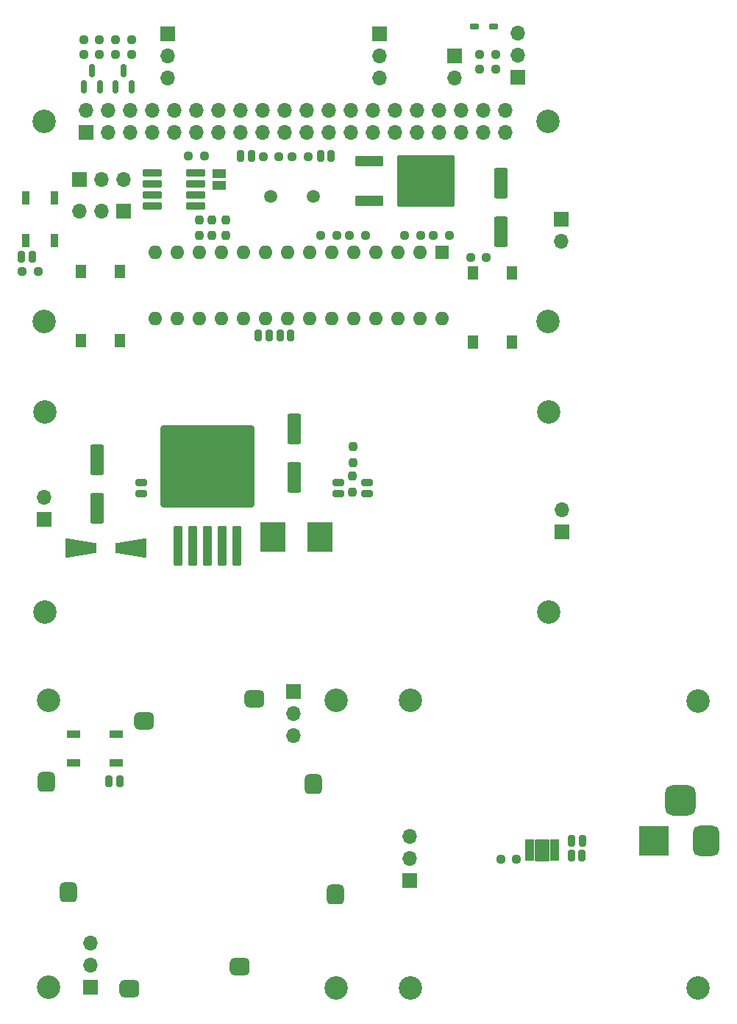
<source format=gts>
G04 #@! TF.GenerationSoftware,KiCad,Pcbnew,7.0.11+dfsg-1build4*
G04 #@! TF.CreationDate,2025-02-09T17:53:47-07:00*
G04 #@! TF.ProjectId,iJet,694a6574-2e6b-4696-9361-645f70636258,rev?*
G04 #@! TF.SameCoordinates,Original*
G04 #@! TF.FileFunction,Soldermask,Top*
G04 #@! TF.FilePolarity,Negative*
%FSLAX46Y46*%
G04 Gerber Fmt 4.6, Leading zero omitted, Abs format (unit mm)*
G04 Created by KiCad (PCBNEW 7.0.11+dfsg-1build4) date 2025-02-09 17:53:47*
%MOMM*%
%LPD*%
G01*
G04 APERTURE LIST*
G04 Aperture macros list*
%AMRoundRect*
0 Rectangle with rounded corners*
0 $1 Rounding radius*
0 $2 $3 $4 $5 $6 $7 $8 $9 X,Y pos of 4 corners*
0 Add a 4 corners polygon primitive as box body*
4,1,4,$2,$3,$4,$5,$6,$7,$8,$9,$2,$3,0*
0 Add four circle primitives for the rounded corners*
1,1,$1+$1,$2,$3*
1,1,$1+$1,$4,$5*
1,1,$1+$1,$6,$7*
1,1,$1+$1,$8,$9*
0 Add four rect primitives between the rounded corners*
20,1,$1+$1,$2,$3,$4,$5,0*
20,1,$1+$1,$4,$5,$6,$7,0*
20,1,$1+$1,$6,$7,$8,$9,0*
20,1,$1+$1,$8,$9,$2,$3,0*%
%AMOutline4P*
0 Free polygon, 4 corners , with rotation*
0 The origin of the aperture is its center*
0 number of corners: always 4*
0 $1 to $8 corner X, Y*
0 $9 Rotation angle, in degrees counterclockwise*
0 create outline with 4 corners*
4,1,4,$1,$2,$3,$4,$5,$6,$7,$8,$1,$2,$9*%
G04 Aperture macros list end*
%ADD10R,1.300000X1.550000*%
%ADD11O,1.700000X1.700000*%
%ADD12R,1.700000X1.700000*%
%ADD13RoundRect,0.237500X-0.237500X0.250000X-0.237500X-0.250000X0.237500X-0.250000X0.237500X0.250000X0*%
%ADD14RoundRect,0.237500X-0.250000X-0.237500X0.250000X-0.237500X0.250000X0.237500X-0.250000X0.237500X0*%
%ADD15C,2.700000*%
%ADD16RoundRect,0.150000X-0.400000X-0.150000X0.400000X-0.150000X0.400000X0.150000X-0.400000X0.150000X0*%
%ADD17RoundRect,0.237500X0.250000X0.237500X-0.250000X0.237500X-0.250000X-0.237500X0.250000X-0.237500X0*%
%ADD18R,2.950000X3.500000*%
%ADD19RoundRect,0.237500X0.237500X-0.250000X0.237500X0.250000X-0.237500X0.250000X-0.237500X-0.250000X0*%
%ADD20RoundRect,0.208750X0.431250X-0.208750X0.431250X0.208750X-0.431250X0.208750X-0.431250X-0.208750X0*%
%ADD21RoundRect,0.208750X-0.208750X-0.431250X0.208750X-0.431250X0.208750X0.431250X-0.208750X0.431250X0*%
%ADD22RoundRect,0.208750X0.208750X0.431250X-0.208750X0.431250X-0.208750X-0.431250X0.208750X-0.431250X0*%
%ADD23RoundRect,0.208750X-0.431250X0.208750X-0.431250X-0.208750X0.431250X-0.208750X0.431250X0.208750X0*%
%ADD24RoundRect,0.250000X0.550000X-1.500000X0.550000X1.500000X-0.550000X1.500000X-0.550000X-1.500000X0*%
%ADD25C,1.500000*%
%ADD26RoundRect,0.069600X0.452400X0.162400X-0.452400X0.162400X-0.452400X-0.162400X0.452400X-0.162400X0*%
%ADD27RoundRect,0.102000X0.750000X1.175000X-0.750000X1.175000X-0.750000X-1.175000X0.750000X-1.175000X0*%
%ADD28R,1.600000X1.600000*%
%ADD29O,1.600000X1.600000*%
%ADD30RoundRect,0.250000X0.300000X-2.050000X0.300000X2.050000X-0.300000X2.050000X-0.300000X-2.050000X0*%
%ADD31RoundRect,0.250002X5.149998X-4.449998X5.149998X4.449998X-5.149998X4.449998X-5.149998X-4.449998X0*%
%ADD32RoundRect,0.100500X-0.986500X-0.301500X0.986500X-0.301500X0.986500X0.301500X-0.986500X0.301500X0*%
%ADD33RoundRect,0.150000X0.150000X-0.587500X0.150000X0.587500X-0.150000X0.587500X-0.150000X-0.587500X0*%
%ADD34RoundRect,0.102000X-1.510000X0.485000X-1.510000X-0.485000X1.510000X-0.485000X1.510000X0.485000X0*%
%ADD35RoundRect,0.102000X-3.160000X2.835000X-3.160000X-2.835000X3.160000X-2.835000X3.160000X2.835000X0*%
%ADD36R,1.500000X1.000000*%
%ADD37R,3.500000X3.500000*%
%ADD38RoundRect,0.750000X0.750000X1.000000X-0.750000X1.000000X-0.750000X-1.000000X0.750000X-1.000000X0*%
%ADD39RoundRect,0.875000X0.875000X0.875000X-0.875000X0.875000X-0.875000X-0.875000X0.875000X-0.875000X0*%
%ADD40Outline4P,-1.800000X-1.150000X1.800000X-0.550000X1.800000X0.550000X-1.800000X1.150000X0.000000*%
%ADD41Outline4P,-1.800000X-1.150000X1.800000X-0.550000X1.800000X0.550000X-1.800000X1.150000X180.000000*%
%ADD42R,0.900000X1.500000*%
%ADD43R,1.500000X0.900000*%
%ADD44RoundRect,0.500000X-0.500000X0.643000X-0.500000X-0.643000X0.500000X-0.643000X0.500000X0.643000X0*%
%ADD45RoundRect,0.500000X0.500000X-0.643000X0.500000X0.643000X-0.500000X0.643000X-0.500000X-0.643000X0*%
%ADD46RoundRect,0.500000X0.643000X0.500000X-0.643000X0.500000X-0.643000X-0.500000X0.643000X-0.500000X0*%
%ADD47RoundRect,0.500000X-0.643000X-0.500000X0.643000X-0.500000X0.643000X0.500000X-0.643000X0.500000X0*%
G04 APERTURE END LIST*
D10*
X107757930Y-98725928D03*
X107757930Y-90775928D03*
X112257930Y-98725928D03*
X112257930Y-90775928D03*
D11*
X163161273Y-118228285D03*
D12*
X163161273Y-120768285D03*
X145638680Y-160878680D03*
D11*
X145638680Y-158338680D03*
X145638680Y-155798680D03*
D13*
X124423534Y-84837778D03*
X124423534Y-86662778D03*
D14*
X120130725Y-77519035D03*
X121955725Y-77519035D03*
D15*
X178804000Y-140221320D03*
X145720000Y-140132000D03*
X145720000Y-173241320D03*
X178804000Y-173241320D03*
X137116000Y-140132000D03*
X137116000Y-173241320D03*
X104032000Y-173152000D03*
X104032000Y-140132000D03*
X161649243Y-129983285D03*
X161649243Y-106983285D03*
D12*
X103556000Y-119314000D03*
D11*
X103556000Y-116774000D03*
D15*
X103649243Y-129983285D03*
X103649243Y-106983285D03*
D16*
X153097656Y-62611952D03*
X155297656Y-62611952D03*
D14*
X153657704Y-65770799D03*
X155482704Y-65770799D03*
D17*
X155509675Y-67521568D03*
X153684675Y-67521568D03*
D11*
X158022704Y-63385429D03*
X158022704Y-65925429D03*
D12*
X158022704Y-68465429D03*
D18*
X129855835Y-121342000D03*
X135305835Y-121342000D03*
D19*
X122877438Y-86660832D03*
X122877438Y-84835832D03*
D14*
X156083022Y-158460179D03*
X157908022Y-158460179D03*
X101030710Y-90787887D03*
X102855710Y-90787887D03*
D17*
X154456987Y-89173042D03*
X152631987Y-89173042D03*
X133932500Y-77552456D03*
X132107500Y-77552456D03*
X130574569Y-77552456D03*
X128749569Y-77552456D03*
D14*
X150179673Y-86596367D03*
X148354673Y-86596367D03*
X145042484Y-86596367D03*
X146867484Y-86596367D03*
X109909822Y-64074021D03*
X108084822Y-64074021D03*
X109900704Y-65802093D03*
X108075704Y-65802093D03*
D17*
X113589383Y-65802093D03*
X111764383Y-65802093D03*
X111779179Y-64074021D03*
X113604179Y-64074021D03*
D13*
X139059452Y-110935810D03*
X139059452Y-112760810D03*
D19*
X139054833Y-116161883D03*
X139054833Y-114336883D03*
D17*
X138701911Y-86660574D03*
X140526911Y-86660574D03*
D14*
X135374249Y-86669029D03*
X137199249Y-86669029D03*
D19*
X121362834Y-84835689D03*
X121362834Y-86660689D03*
D20*
X137444907Y-116336770D03*
X137444907Y-115081770D03*
D21*
X164204627Y-158051208D03*
X165459627Y-158051208D03*
X165473500Y-156356000D03*
X164218500Y-156356000D03*
X126138730Y-77503310D03*
X127393730Y-77503310D03*
X135341268Y-77492456D03*
X136596268Y-77492456D03*
X128217046Y-98172289D03*
X129472046Y-98172289D03*
D22*
X131941092Y-98172289D03*
X130686092Y-98172289D03*
D21*
X111012705Y-149499961D03*
X112267705Y-149499961D03*
D20*
X114732000Y-116375500D03*
X114732000Y-115120500D03*
D23*
X140671159Y-115060214D03*
X140671159Y-116315214D03*
D24*
X132336000Y-108890000D03*
X132336000Y-114490000D03*
X109652000Y-118040000D03*
X109652000Y-112440000D03*
X156087503Y-86201144D03*
X156087503Y-80601144D03*
D22*
X102151500Y-89124741D03*
X100896500Y-89124741D03*
D25*
X129628064Y-82125717D03*
X134508064Y-82125717D03*
D26*
X162306000Y-158388000D03*
X162306000Y-157888000D03*
X162306000Y-156888000D03*
X162306000Y-157388000D03*
X159436000Y-157388000D03*
X159436000Y-156888000D03*
X162306000Y-156388000D03*
X159436000Y-156388000D03*
X159436000Y-157888000D03*
X159436000Y-158388000D03*
D27*
X160871000Y-157388000D03*
D28*
X149367173Y-88580000D03*
D29*
X146827173Y-88580000D03*
X144287173Y-88580000D03*
X141747173Y-88580000D03*
X139207173Y-88580000D03*
X136667173Y-88580000D03*
X134127173Y-88580000D03*
X131587173Y-88580000D03*
X129047173Y-88580000D03*
X126507173Y-88580000D03*
X123967173Y-88580000D03*
X121427173Y-88580000D03*
X118887173Y-88580000D03*
X116347173Y-88580000D03*
X116347173Y-96200000D03*
X118887173Y-96200000D03*
X121427173Y-96200000D03*
X123967173Y-96200000D03*
X126507173Y-96200000D03*
X129047173Y-96200000D03*
X131587173Y-96200000D03*
X134127173Y-96200000D03*
X136667173Y-96200000D03*
X139207173Y-96200000D03*
X141747173Y-96200000D03*
X144287173Y-96200000D03*
X146827173Y-96200000D03*
X149367173Y-96200000D03*
D30*
X118952000Y-122358000D03*
X120652000Y-122358000D03*
X122352000Y-122358000D03*
D31*
X122352000Y-113208000D03*
D30*
X124052000Y-122358000D03*
X125752000Y-122358000D03*
D32*
X120958845Y-79409153D03*
X120958845Y-80679153D03*
X120958845Y-81949153D03*
X120958845Y-83219153D03*
X116008845Y-83219153D03*
X116008845Y-81949153D03*
X116008845Y-80679153D03*
X116008845Y-79409153D03*
D10*
X152907596Y-98936495D03*
X152907596Y-90986495D03*
X157407596Y-98936495D03*
X157407596Y-90986495D03*
D33*
X108079793Y-69514562D03*
X109979793Y-69514562D03*
X109029793Y-67639562D03*
X112700000Y-67639562D03*
X113650000Y-69514562D03*
X111750000Y-69514562D03*
D34*
X140920097Y-78090523D03*
X140920097Y-82662523D03*
D35*
X147450097Y-80376523D03*
D36*
X123725186Y-79538000D03*
X123725186Y-80838000D03*
D11*
X150800000Y-68514000D03*
D12*
X150800000Y-65974000D03*
X142168488Y-63424000D03*
D11*
X142168488Y-65964000D03*
X142168488Y-68504000D03*
D12*
X107635000Y-80163000D03*
D11*
X110175000Y-80163000D03*
X112715000Y-80163000D03*
D12*
X117780000Y-63424000D03*
D11*
X117780000Y-65964000D03*
X117780000Y-68504000D03*
X163037030Y-87300000D03*
D12*
X163037030Y-84760000D03*
X112683726Y-83851450D03*
D11*
X110143726Y-83851450D03*
X107603726Y-83851450D03*
D37*
X173756000Y-156329500D03*
D38*
X179756000Y-156329500D03*
D39*
X176756000Y-151629500D03*
D12*
X132233000Y-139131000D03*
D11*
X132233000Y-141671000D03*
X132233000Y-144211000D03*
D12*
X108890000Y-173152000D03*
D11*
X108890000Y-170612000D03*
X108890000Y-168072000D03*
D40*
X107768000Y-122636310D03*
D41*
X113568000Y-122636310D03*
D42*
X101398000Y-87244085D03*
X104698000Y-87244085D03*
X104698000Y-82344085D03*
X101398000Y-82344085D03*
D43*
X111848000Y-147370000D03*
X111848000Y-144070000D03*
X106948000Y-144070000D03*
X106948000Y-147370000D03*
D44*
X134544000Y-149784000D03*
X137084000Y-162484000D03*
D45*
X103810000Y-149532448D03*
X106350000Y-162232448D03*
D46*
X126100500Y-170802906D03*
X113400500Y-173342906D03*
D47*
X127747500Y-139941094D03*
X115047500Y-142481094D03*
D11*
X156630000Y-72230000D03*
X156630000Y-74770000D03*
X154090000Y-72230000D03*
X154090000Y-74770000D03*
X151550000Y-72230000D03*
X151550000Y-74770000D03*
X149010000Y-72230000D03*
X149010000Y-74770000D03*
X146470000Y-72230000D03*
X146470000Y-74770000D03*
X143930000Y-72230000D03*
X143930000Y-74770000D03*
X141390000Y-72230000D03*
X141390000Y-74770000D03*
X138850000Y-72230000D03*
X138850000Y-74770000D03*
X136310000Y-72230000D03*
X136310000Y-74770000D03*
X133770000Y-72230000D03*
X133770000Y-74770000D03*
X131230000Y-72230000D03*
X131230000Y-74770000D03*
X128690000Y-72230000D03*
X128690000Y-74770000D03*
X126150000Y-72230000D03*
X126150000Y-74770000D03*
X123610000Y-72230000D03*
X123610000Y-74770000D03*
X121070000Y-72230000D03*
X121070000Y-74770000D03*
X118530000Y-72230000D03*
X118530000Y-74770000D03*
X115990000Y-72230000D03*
X115990000Y-74770000D03*
X113450000Y-72230000D03*
X113450000Y-74770000D03*
X110910000Y-72230000D03*
X110910000Y-74770000D03*
X108370000Y-72230000D03*
D12*
X108370000Y-74770000D03*
D15*
X161500000Y-73500000D03*
X161500000Y-96500000D03*
X103500000Y-96500000D03*
X103500000Y-73500000D03*
M02*

</source>
